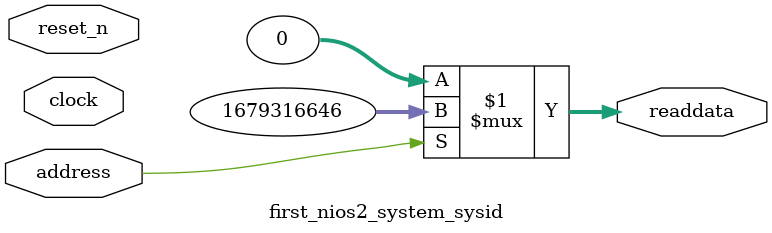
<source format=v>



// synthesis translate_off
`timescale 1ns / 1ps
// synthesis translate_on

// turn off superfluous verilog processor warnings 
// altera message_level Level1 
// altera message_off 10034 10035 10036 10037 10230 10240 10030 

module first_nios2_system_sysid (
               // inputs:
                address,
                clock,
                reset_n,

               // outputs:
                readdata
             )
;

  output  [ 31: 0] readdata;
  input            address;
  input            clock;
  input            reset_n;

  wire    [ 31: 0] readdata;
  //control_slave, which is an e_avalon_slave
  assign readdata = address ? 1679316646 : 0;

endmodule



</source>
